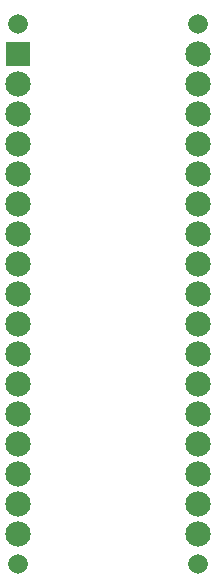
<source format=gbr>
G04 #@! TF.GenerationSoftware,KiCad,Pcbnew,(5.0.0)*
G04 #@! TF.CreationDate,2020-10-19T16:45:58-06:00*
G04 #@! TF.ProjectId,BlueMacro_LED_Tester,426C75654D6163726F5F4C45445F5465,rev?*
G04 #@! TF.SameCoordinates,Original*
G04 #@! TF.FileFunction,Soldermask,Bot*
G04 #@! TF.FilePolarity,Negative*
%FSLAX46Y46*%
G04 Gerber Fmt 4.6, Leading zero omitted, Abs format (unit mm)*
G04 Created by KiCad (PCBNEW (5.0.0)) date 10/19/20 16:45:58*
%MOMM*%
%LPD*%
G01*
G04 APERTURE LIST*
%ADD10C,2.150000*%
%ADD11R,2.150000X2.150000*%
%ADD12C,1.670000*%
G04 APERTURE END LIST*
D10*
G04 #@! TO.C,U1*
X133350000Y-97790000D03*
X133350000Y-100330000D03*
X133350000Y-102870000D03*
X133350000Y-105410000D03*
X133350000Y-107950000D03*
X148590000Y-107950000D03*
X148590000Y-105410000D03*
X148590000Y-102870000D03*
X148590000Y-100330000D03*
X148590000Y-97790000D03*
X148590000Y-95250000D03*
X148590000Y-92710000D03*
X133350000Y-95250000D03*
X133350000Y-92710000D03*
X133350000Y-90170000D03*
X133350000Y-87630000D03*
X133350000Y-85090000D03*
X133350000Y-82550000D03*
X133350000Y-80010000D03*
X133350000Y-77470000D03*
X133350000Y-74930000D03*
X133350000Y-72390000D03*
X133350000Y-69850000D03*
D11*
X133350000Y-67310000D03*
D10*
X148590000Y-80010000D03*
X148590000Y-82550000D03*
X148590000Y-90170000D03*
X148590000Y-87630000D03*
X148590000Y-85090000D03*
X148590000Y-77470000D03*
X148590000Y-74930000D03*
X148590000Y-72390000D03*
X148590000Y-69850000D03*
X148590000Y-67310000D03*
D12*
X148590000Y-64770000D03*
X133350000Y-64770000D03*
X148590000Y-110490000D03*
X133350000Y-110490000D03*
G04 #@! TD*
M02*

</source>
